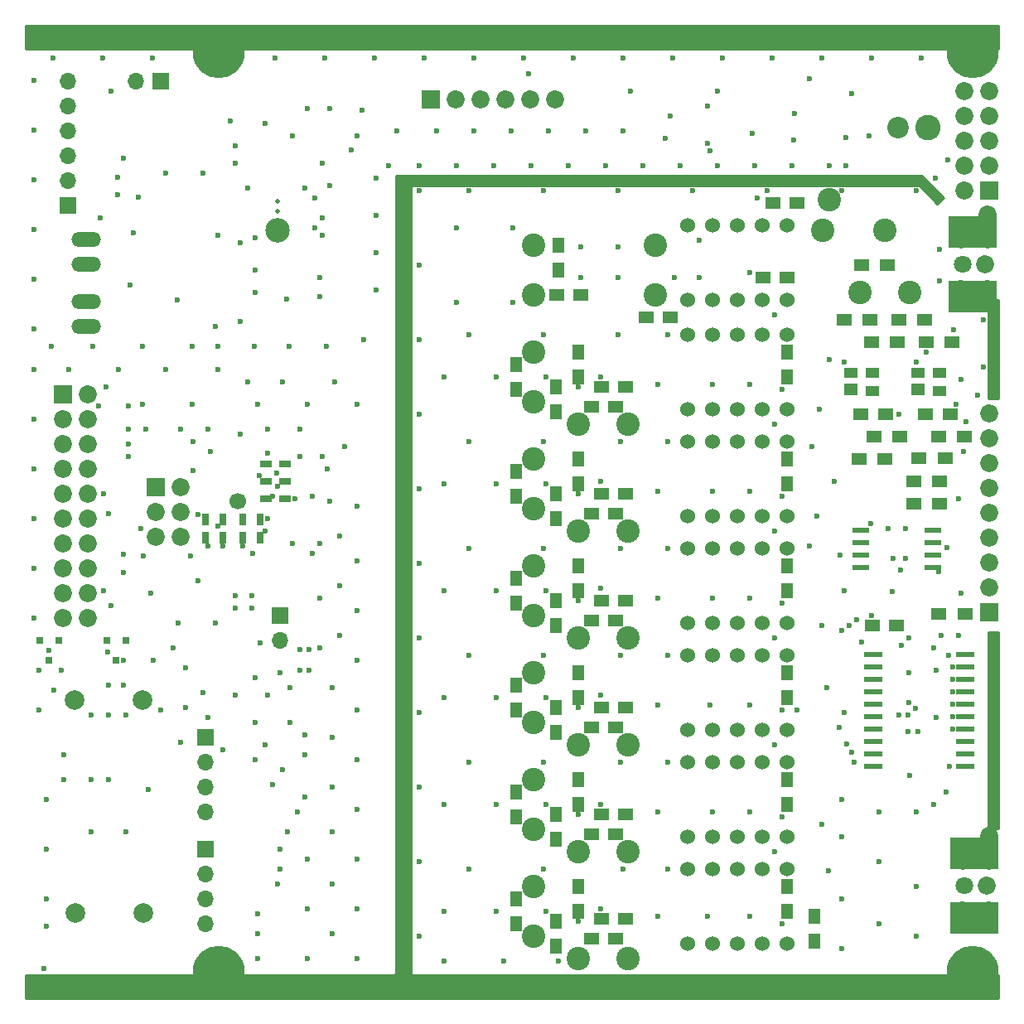
<source format=gbr>
G04 #@! TF.FileFunction,Soldermask,Bot*
%FSLAX46Y46*%
G04 Gerber Fmt 4.6, Leading zero omitted, Abs format (unit mm)*
G04 Created by KiCad (PCBNEW 4.0.7) date 02/08/18 06:22:55*
%MOMM*%
%LPD*%
G01*
G04 APERTURE LIST*
%ADD10C,0.100000*%
%ADD11C,2.400000*%
%ADD12R,1.750000X0.550000*%
%ADD13C,1.524000*%
%ADD14C,5.300000*%
%ADD15R,5.000000X3.300000*%
%ADD16C,1.850000*%
%ADD17C,1.800000*%
%ADD18C,0.500000*%
%ADD19C,2.500000*%
%ADD20R,0.750000X1.200000*%
%ADD21R,1.200000X0.750000*%
%ADD22C,2.000000*%
%ADD23R,1.700000X1.700000*%
%ADD24O,1.700000X1.700000*%
%ADD25O,3.014980X1.506220*%
%ADD26C,1.700000*%
%ADD27R,1.850000X1.850000*%
%ADD28R,1.400000X1.200000*%
%ADD29R,1.400000X1.000000*%
%ADD30R,1.250000X1.500000*%
%ADD31R,1.500000X1.250000*%
%ADD32R,1.950000X0.600000*%
%ADD33R,1.500000X1.300000*%
%ADD34C,2.600000*%
%ADD35C,2.200000*%
%ADD36R,0.800100X0.800100*%
%ADD37C,0.600000*%
%ADD38C,0.254000*%
G04 APERTURE END LIST*
D10*
D11*
X56746000Y-95636000D03*
X61826000Y-95636000D03*
X56746000Y-41026000D03*
X61826000Y-41026000D03*
X56746000Y-51948000D03*
X61826000Y-51948000D03*
X56746000Y-62870000D03*
X61826000Y-62870000D03*
D12*
X85558000Y-55631000D03*
X85558000Y-54361000D03*
X85558000Y-53091000D03*
X85558000Y-51821000D03*
X92958000Y-51821000D03*
X92958000Y-53091000D03*
X92958000Y-54361000D03*
X92958000Y-55631000D03*
D13*
X78082000Y-20706000D03*
X75542000Y-20706000D03*
X73002000Y-20706000D03*
X70462000Y-20706000D03*
X67922000Y-20706000D03*
X67922000Y-28326000D03*
X70462000Y-28326000D03*
X73002000Y-28326000D03*
X75542000Y-28326000D03*
X78082000Y-28326000D03*
D14*
X20000000Y-3000000D03*
X20000000Y-97000000D03*
X97000000Y-97000000D03*
X97000000Y-3000000D03*
D15*
X97200000Y-84900000D03*
X97200000Y-91500000D03*
D16*
X98415000Y-88200000D03*
X98700000Y-85660000D03*
X98700000Y-90740000D03*
X96005000Y-90740000D03*
X96005000Y-85660000D03*
D17*
X96160000Y-88200000D03*
D16*
X98700000Y-83120000D03*
D15*
X97030000Y-21350000D03*
X97030000Y-27950000D03*
D16*
X98245000Y-24650000D03*
X98530000Y-22110000D03*
X98530000Y-27190000D03*
X95835000Y-27190000D03*
X95835000Y-22110000D03*
D17*
X95990000Y-24650000D03*
D16*
X98530000Y-19570000D03*
D18*
X26012000Y-18236000D03*
D19*
X26012000Y-21236000D03*
D18*
X26012000Y-19236000D03*
D20*
X18646000Y-52644000D03*
X18646000Y-50744000D03*
X20424000Y-52644000D03*
X20424000Y-50744000D03*
X24234000Y-52644000D03*
X24234000Y-50744000D03*
X22456000Y-52644000D03*
X22456000Y-50744000D03*
D21*
X26708000Y-46868000D03*
X24808000Y-46868000D03*
X26708000Y-45090000D03*
X24808000Y-45090000D03*
X24808000Y-48646000D03*
X26708000Y-48646000D03*
D22*
X5300000Y-91000000D03*
X12300000Y-91000000D03*
X5200000Y-69200000D03*
X12200000Y-69200000D03*
D23*
X26266000Y-60584000D03*
D24*
X26266000Y-63124000D03*
D23*
X18646000Y-84460000D03*
D24*
X18646000Y-87000000D03*
X18646000Y-89540000D03*
X18646000Y-92080000D03*
D23*
X18646000Y-73030000D03*
D24*
X18646000Y-75570000D03*
X18646000Y-78110000D03*
X18646000Y-80650000D03*
D23*
X14074000Y-5974000D03*
D24*
X11534000Y-5974000D03*
D23*
X4592180Y-18671460D03*
D24*
X4592180Y-16131460D03*
X4592180Y-13591460D03*
X4592180Y-11051460D03*
X4592180Y-8511460D03*
X4592180Y-5971460D03*
D25*
X6390000Y-24720000D03*
X6390000Y-22180000D03*
D26*
X21948000Y-48900000D03*
D27*
X4041000Y-37952600D03*
D16*
X6581000Y-37952600D03*
X4041000Y-40492600D03*
X6581000Y-40492600D03*
X4041000Y-43032600D03*
X6581000Y-43032600D03*
X4041000Y-45572600D03*
X6581000Y-45572600D03*
X4041000Y-48112600D03*
X6581000Y-48112600D03*
X4041000Y-50652600D03*
X6581000Y-50652600D03*
X4041000Y-53192600D03*
X6581000Y-53192600D03*
X4041000Y-55732600D03*
X6581000Y-55732600D03*
X4041000Y-58272600D03*
X6581000Y-58272600D03*
X4041000Y-60812600D03*
X6581000Y-60812600D03*
D27*
X41607600Y-7802800D03*
D16*
X44147600Y-7802800D03*
X46687600Y-7802800D03*
X49227600Y-7802800D03*
X51767600Y-7802800D03*
X54307600Y-7802800D03*
D27*
X13489800Y-47452200D03*
D16*
X16029800Y-47452200D03*
X13489800Y-49992200D03*
X16029800Y-49992200D03*
X13489800Y-52532200D03*
X16029800Y-52532200D03*
D13*
X78082000Y-31882000D03*
X75542000Y-31882000D03*
X73002000Y-31882000D03*
X70462000Y-31882000D03*
X67922000Y-31882000D03*
X67922000Y-39502000D03*
X70462000Y-39502000D03*
X73002000Y-39502000D03*
X75542000Y-39502000D03*
X78082000Y-39502000D03*
X78082000Y-42804000D03*
X75542000Y-42804000D03*
X73002000Y-42804000D03*
X70462000Y-42804000D03*
X67922000Y-42804000D03*
X67922000Y-50424000D03*
X70462000Y-50424000D03*
X73002000Y-50424000D03*
X75542000Y-50424000D03*
X78082000Y-50424000D03*
X78082000Y-64648000D03*
X75542000Y-64648000D03*
X73002000Y-64648000D03*
X70462000Y-64648000D03*
X67922000Y-64648000D03*
X67922000Y-72268000D03*
X70462000Y-72268000D03*
X73002000Y-72268000D03*
X75542000Y-72268000D03*
X78082000Y-72268000D03*
X78082000Y-75570000D03*
X75542000Y-75570000D03*
X73002000Y-75570000D03*
X70462000Y-75570000D03*
X67922000Y-75570000D03*
X67922000Y-83190000D03*
X70462000Y-83190000D03*
X73002000Y-83190000D03*
X75542000Y-83190000D03*
X78082000Y-83190000D03*
X78082000Y-86492000D03*
X75542000Y-86492000D03*
X73002000Y-86492000D03*
X70462000Y-86492000D03*
X67922000Y-86492000D03*
X67922000Y-94112000D03*
X70462000Y-94112000D03*
X73002000Y-94112000D03*
X75542000Y-94112000D03*
X78082000Y-94112000D03*
D11*
X64620000Y-27818000D03*
X64620000Y-22738000D03*
X56746000Y-73792000D03*
X61826000Y-73792000D03*
X56746000Y-84714000D03*
X61826000Y-84714000D03*
X52174000Y-27818000D03*
X52174000Y-22738000D03*
X52174000Y-38740000D03*
X52174000Y-33660000D03*
X52174000Y-49662000D03*
X52174000Y-44582000D03*
X52174000Y-60584000D03*
X52174000Y-55504000D03*
X52174000Y-71506000D03*
X52174000Y-66426000D03*
X52174000Y-82428000D03*
X52174000Y-77348000D03*
X52174000Y-93350000D03*
X52174000Y-88270000D03*
D16*
X98700000Y-6950000D03*
X96160000Y-6950000D03*
X96160000Y-9490000D03*
X98700000Y-9490000D03*
X98700000Y-9490000D03*
X96160000Y-9490000D03*
X96160000Y-9490000D03*
X98700000Y-9490000D03*
D27*
X98700000Y-17110000D03*
D16*
X96160000Y-17110000D03*
X98700000Y-14570000D03*
X96160000Y-14570000D03*
X98700000Y-12030000D03*
X96160000Y-12030000D03*
X98700000Y-9490000D03*
X96160000Y-9490000D03*
D28*
X91460000Y-37478000D03*
D29*
X91460000Y-35758000D03*
X93660000Y-35758000D03*
X93660000Y-37658000D03*
D28*
X84602000Y-37478000D03*
D29*
X84602000Y-35758000D03*
X86802000Y-35758000D03*
X86802000Y-37658000D03*
D30*
X80876000Y-91338000D03*
X80876000Y-93838000D03*
D31*
X78062000Y-26040000D03*
X75562000Y-26040000D03*
D30*
X78082000Y-88290000D03*
X78082000Y-90790000D03*
X78082000Y-77368000D03*
X78082000Y-79868000D03*
X78082000Y-66446000D03*
X78082000Y-68946000D03*
X78082000Y-55524000D03*
X78082000Y-58024000D03*
X78082000Y-44602000D03*
X78082000Y-47102000D03*
D31*
X59052000Y-37216000D03*
X61552000Y-37216000D03*
X59052000Y-48138000D03*
X61552000Y-48138000D03*
X59052000Y-59060000D03*
X61552000Y-59060000D03*
X59052000Y-69982000D03*
X61552000Y-69982000D03*
X59052000Y-80904000D03*
X61552000Y-80904000D03*
X59052000Y-91572000D03*
X61552000Y-91572000D03*
X63624000Y-30104000D03*
X66124000Y-30104000D03*
D30*
X78082000Y-33680000D03*
X78082000Y-36180000D03*
D31*
X79078000Y-18420000D03*
X76578000Y-18420000D03*
D30*
X54460000Y-37236000D03*
X54460000Y-39736000D03*
X54460000Y-48158000D03*
X54460000Y-50658000D03*
X54460000Y-59080000D03*
X54460000Y-61580000D03*
X54460000Y-70002000D03*
X54460000Y-72502000D03*
X54460000Y-80924000D03*
X54460000Y-83424000D03*
X54460000Y-91846000D03*
X54460000Y-94346000D03*
D31*
X54480000Y-27818000D03*
X56980000Y-27818000D03*
D30*
X56746000Y-36180000D03*
X56746000Y-33680000D03*
X56746000Y-47102000D03*
X56746000Y-44602000D03*
X56746000Y-58024000D03*
X56746000Y-55524000D03*
X56746000Y-68946000D03*
X56746000Y-66446000D03*
X56746000Y-79868000D03*
X56746000Y-77368000D03*
X56746000Y-90790000D03*
X56746000Y-88290000D03*
X54714000Y-22758000D03*
X54714000Y-25258000D03*
D31*
X89238000Y-61600000D03*
X86738000Y-61600000D03*
D32*
X86844000Y-75951000D03*
X86844000Y-74681000D03*
X86844000Y-73411000D03*
X86844000Y-72141000D03*
X86844000Y-70871000D03*
X86844000Y-69601000D03*
X86844000Y-68331000D03*
X86844000Y-67061000D03*
X86844000Y-65791000D03*
X86844000Y-64521000D03*
X96244000Y-64521000D03*
X96244000Y-65791000D03*
X96244000Y-67061000D03*
X96244000Y-68331000D03*
X96244000Y-69601000D03*
X96244000Y-70871000D03*
X96244000Y-72141000D03*
X96244000Y-73411000D03*
X96244000Y-74681000D03*
X96244000Y-75951000D03*
D31*
X92199000Y-40010000D03*
X94699000Y-40010000D03*
X85595000Y-40010000D03*
X88095000Y-40010000D03*
D33*
X93656000Y-46868000D03*
X90956000Y-46868000D03*
X93656000Y-49154000D03*
X90956000Y-49154000D03*
X89432000Y-30358000D03*
X92132000Y-30358000D03*
X83844000Y-30358000D03*
X86544000Y-30358000D03*
X85622000Y-24770000D03*
X88322000Y-24770000D03*
X86638000Y-32644000D03*
X89338000Y-32644000D03*
X92226000Y-32644000D03*
X94926000Y-32644000D03*
X91510000Y-44510000D03*
X94210000Y-44510000D03*
X93496000Y-42296000D03*
X96196000Y-42296000D03*
X89592000Y-42296000D03*
X86892000Y-42296000D03*
X85368000Y-44582000D03*
X88068000Y-44582000D03*
D27*
X98740000Y-60280000D03*
D16*
X98740000Y-57740000D03*
X98740000Y-55200000D03*
X98740000Y-52660000D03*
X98740000Y-50120000D03*
X98740000Y-47580000D03*
X98740000Y-45040000D03*
X98740000Y-42500000D03*
X98740000Y-39960000D03*
D34*
X92450000Y-10700000D03*
D35*
X89400000Y-10700000D03*
D36*
X1694000Y-63139240D03*
X3594000Y-63139240D03*
X2644000Y-65138220D03*
X8552000Y-63139240D03*
X10452000Y-63139240D03*
X9502000Y-65138220D03*
D25*
X6390000Y-30993000D03*
X6390000Y-28453000D03*
D11*
X90580000Y-27580000D03*
X85500000Y-27580000D03*
X88040000Y-21230000D03*
X81690000Y-21230000D03*
X82325000Y-18055000D03*
D31*
X60536000Y-39248000D03*
X58036000Y-39248000D03*
D30*
X50396000Y-37450000D03*
X50396000Y-34950000D03*
D31*
X60536000Y-50170000D03*
X58036000Y-50170000D03*
D30*
X50396000Y-48372000D03*
X50396000Y-45872000D03*
D31*
X60536000Y-61092000D03*
X58036000Y-61092000D03*
D30*
X50396000Y-59294000D03*
X50396000Y-56794000D03*
D31*
X60536000Y-72014000D03*
X58036000Y-72014000D03*
D30*
X50396000Y-70216000D03*
X50396000Y-67716000D03*
D31*
X60536000Y-82936000D03*
X58036000Y-82936000D03*
D30*
X50396000Y-81138000D03*
X50396000Y-78638000D03*
D31*
X60536000Y-93604000D03*
X58036000Y-93604000D03*
D30*
X50396000Y-92060000D03*
X50396000Y-89560000D03*
D13*
X78082000Y-53726000D03*
X75542000Y-53726000D03*
X73002000Y-53726000D03*
X70462000Y-53726000D03*
X67922000Y-53726000D03*
X67922000Y-61346000D03*
X70462000Y-61346000D03*
X73002000Y-61346000D03*
X75542000Y-61346000D03*
X78082000Y-61346000D03*
D33*
X96280000Y-60380000D03*
X93580000Y-60380000D03*
D37*
X93550000Y-56130000D03*
X85690000Y-63250000D03*
X94680000Y-76010000D03*
X95608000Y-62616000D03*
X93322000Y-70998000D03*
X93322000Y-66172000D03*
X83924000Y-58044000D03*
X90528000Y-69474000D03*
X90528000Y-66426000D03*
X90528000Y-62870000D03*
X88810000Y-58110000D03*
X86718000Y-60584000D03*
X81638000Y-61600000D03*
X53444000Y-90810000D03*
X48364000Y-90810000D03*
X43030000Y-90810000D03*
X53444000Y-79888000D03*
X48364000Y-79888000D03*
X43030000Y-79888000D03*
X53444000Y-68966000D03*
X48364000Y-68966000D03*
X43030000Y-68966000D03*
X53444000Y-58044000D03*
X48364000Y-58044000D03*
X43030000Y-58044000D03*
X53444000Y-47122000D03*
X48364000Y-47122000D03*
X43030000Y-47122000D03*
X53444000Y-36200000D03*
X48364000Y-36200000D03*
X43030000Y-36200000D03*
X74272000Y-36962000D03*
X70462000Y-36962000D03*
X64874000Y-36962000D03*
X59032000Y-36200000D03*
X74272000Y-47884000D03*
X70462000Y-47884000D03*
X64874000Y-47884000D03*
X59032000Y-46868000D03*
X74272000Y-58806000D03*
X70462000Y-58806000D03*
X64874000Y-58806000D03*
X59032000Y-57790000D03*
X74272000Y-69728000D03*
X70208000Y-69728000D03*
X64874000Y-69728000D03*
X59032000Y-68712000D03*
X74272000Y-80650000D03*
X70462000Y-80650000D03*
X64874000Y-80650000D03*
X59032000Y-79888000D03*
X74272000Y-91318000D03*
X69954000Y-91318000D03*
X64874000Y-91318000D03*
X59032000Y-90556000D03*
X83670000Y-17150000D03*
X91290000Y-17150000D03*
X76050000Y-17150000D03*
X68430000Y-17150000D03*
X60810000Y-17150000D03*
X53190000Y-17150000D03*
X45570000Y-17150000D03*
X40490000Y-17150000D03*
X40490000Y-24770000D03*
X98148000Y-30358000D03*
X98148000Y-35184000D03*
X95862000Y-36454000D03*
X54714000Y-95890000D03*
X49126000Y-95890000D03*
X43030000Y-95890000D03*
X65890000Y-86492000D03*
X61318000Y-86492000D03*
X53190000Y-86492000D03*
X45570000Y-86492000D03*
X65890000Y-75570000D03*
X61064000Y-75570000D03*
X53190000Y-75570000D03*
X45570000Y-75570000D03*
X65890000Y-64648000D03*
X61064000Y-64648000D03*
X53190000Y-64648000D03*
X45570000Y-64648000D03*
X65890000Y-53726000D03*
X61064000Y-53726000D03*
X53190000Y-53726000D03*
X45570000Y-53726000D03*
X65890000Y-42804000D03*
X61064000Y-42804000D03*
X53190000Y-42804000D03*
X45570000Y-42804000D03*
X65890000Y-31882000D03*
X60810000Y-31882000D03*
X53190000Y-31882000D03*
X45570000Y-31882000D03*
X56746000Y-37216000D03*
X56746000Y-48138000D03*
X56746000Y-59060000D03*
X56746000Y-69982000D03*
X56746000Y-80904000D03*
X56746000Y-91826000D03*
X50015000Y-20960000D03*
X44300000Y-20960000D03*
X44300000Y-28580000D03*
X50015000Y-28580000D03*
X74272000Y-25532000D03*
X76812000Y-29850000D03*
X76812000Y-41026000D03*
X76812000Y-51948000D03*
X76812000Y-62870000D03*
X76812000Y-73792000D03*
X77574000Y-70236000D03*
X76812000Y-84714000D03*
X77574000Y-81158000D03*
X77574000Y-48392000D03*
X77574000Y-37470000D03*
X77574000Y-59314000D03*
X80368000Y-53472000D03*
X69065000Y-22230000D03*
X69065000Y-26040000D03*
X66525000Y-26040000D03*
X60810000Y-26040000D03*
X57000000Y-26040000D03*
X57000000Y-22865000D03*
X60810000Y-22865000D03*
X40490000Y-32390000D03*
X40490000Y-40010000D03*
X40490000Y-47630000D03*
X40490000Y-55250000D03*
X40490000Y-62870000D03*
X80622000Y-43312000D03*
X96370000Y-40772000D03*
X96116000Y-43820000D03*
X95608000Y-48646000D03*
X83416000Y-72014000D03*
X83924000Y-70490000D03*
X82273000Y-86619000D03*
X82150000Y-67970000D03*
X79098000Y-70236000D03*
X83924000Y-34676000D03*
X82400000Y-34422000D03*
X82908000Y-46868000D03*
X77574000Y-92080000D03*
X86591000Y-51186000D03*
X89639000Y-55885000D03*
X88369000Y-51694000D03*
X90147000Y-51694000D03*
X75034000Y-17912000D03*
X90570000Y-76900000D03*
X93000000Y-79890000D03*
X95354000Y-38994000D03*
X91290000Y-34676000D03*
X89512000Y-40010000D03*
X95100000Y-31374000D03*
X87480000Y-80650000D03*
X87480000Y-85730000D03*
X87480000Y-92080000D03*
X83670000Y-94620000D03*
X83670000Y-89540000D03*
X83670000Y-83190000D03*
X84940000Y-75570000D03*
X83670000Y-79380000D03*
X91290000Y-93350000D03*
X98910000Y-65410000D03*
X98910000Y-73030000D03*
X98910000Y-80650000D03*
X91290000Y-80650000D03*
X91290000Y-88270000D03*
X91290000Y-98430000D03*
X83670000Y-98430000D03*
X76050000Y-98430000D03*
X68430000Y-98430000D03*
X60810000Y-98430000D03*
X40490000Y-70490000D03*
X53190000Y-98430000D03*
X40490000Y-78110000D03*
X40490000Y-85730000D03*
X40490000Y-93350000D03*
X40490000Y-98430000D03*
X45570000Y-98430000D03*
X95862000Y-58298000D03*
X29822000Y-20960000D03*
X29822000Y-17912000D03*
X7724000Y-39121000D03*
X10772000Y-39121000D03*
X17376000Y-42804000D03*
X17376000Y-45725000D03*
X8740000Y-67696000D03*
X8613000Y-64267000D03*
X3914000Y-66172000D03*
X9629000Y-15753000D03*
X9629000Y-17531000D03*
X30584000Y-14356000D03*
X30584000Y-19944000D03*
X21694000Y-12578000D03*
X21694000Y-14356000D03*
X22456000Y-53472000D03*
X18900000Y-53472000D03*
X20424000Y-53472000D03*
X24742000Y-51948000D03*
X26012000Y-47376000D03*
X25885000Y-45979000D03*
X27790000Y-48646000D03*
X28298000Y-66172000D03*
X28298000Y-64013000D03*
X29187000Y-66172000D03*
X29187000Y-64013000D03*
X21694000Y-58552000D03*
X23345000Y-58552000D03*
X21694000Y-59822000D03*
X23345000Y-59822000D03*
X69954000Y-12324000D03*
X69954000Y-8514000D03*
X10200500Y-54297500D03*
X10200500Y-56139000D03*
X51666000Y-5212000D03*
X84051000Y-11689000D03*
X84051000Y-14610000D03*
X84432000Y-61600000D03*
X81384000Y-39502000D03*
X83670000Y-62108000D03*
X81130000Y-50424000D03*
X93830000Y-62616000D03*
X85160000Y-61040000D03*
X89512000Y-70744000D03*
X89766000Y-63632000D03*
X81638000Y-81920000D03*
X84178000Y-73665000D03*
X84686000Y-74554000D03*
X90401000Y-70744000D03*
X90401000Y-72395000D03*
X97487600Y-38079600D03*
X93626800Y-23195200D03*
X93620000Y-26390000D03*
X91187000Y-70032000D03*
X91417000Y-72395000D03*
X94338000Y-78618000D03*
X94973000Y-65791000D03*
X94973000Y-67061000D03*
X94973000Y-68331000D03*
X94973000Y-69601000D03*
X94973000Y-70871000D03*
X94973000Y-72141000D03*
X83460000Y-54410000D03*
X88877000Y-54742000D03*
X94370000Y-53670000D03*
X90147000Y-54742000D03*
X92306000Y-33660000D03*
X8486000Y-37216000D03*
X4168000Y-77348000D03*
X2390000Y-92334000D03*
X2390000Y-89540000D03*
X2390000Y-84460000D03*
X2390000Y-79380000D03*
X14582000Y-35438000D03*
X9756000Y-35438000D03*
X4676000Y-35438000D03*
X19916000Y-35438000D03*
X22964000Y-36708000D03*
X26520000Y-36708000D03*
X31854000Y-36708000D03*
X1120000Y-60838000D03*
X1120000Y-55758000D03*
X1120000Y-50678000D03*
X1120000Y-45598000D03*
X1120000Y-40518000D03*
X1120000Y-35438000D03*
X34140000Y-38994000D03*
X29060000Y-38994000D03*
X23980000Y-38994000D03*
X12169000Y-38994000D03*
X17249000Y-38994000D03*
X23980000Y-98430000D03*
X29060000Y-98430000D03*
X34140000Y-98430000D03*
X28298000Y-44328000D03*
X24996000Y-43947000D03*
X8740000Y-50170000D03*
X8232000Y-48138000D03*
X8994000Y-59568000D03*
X8232000Y-58044000D03*
X24234000Y-63378000D03*
X15852000Y-61346000D03*
X17884000Y-57028000D03*
X24996000Y-41534000D03*
X31092000Y-45598000D03*
X30584000Y-44328000D03*
X31346000Y-48900000D03*
X29568000Y-48392000D03*
X32362000Y-57536000D03*
X32362000Y-52456000D03*
X27536000Y-53218000D03*
X30330000Y-53218000D03*
X30330000Y-58806000D03*
X30330000Y-63886000D03*
X23726000Y-66934000D03*
X24996000Y-68712000D03*
X21694000Y-68712000D03*
X23726000Y-75316000D03*
X24742000Y-73792000D03*
X20424000Y-74300000D03*
X19154000Y-43820000D03*
X12042000Y-51694000D03*
X10772000Y-44328000D03*
X18900000Y-41534000D03*
X16106000Y-41534000D03*
X22202000Y-42042000D03*
X10772000Y-41534000D03*
X12550000Y-41534000D03*
X13058000Y-58298000D03*
X17122000Y-54488000D03*
X12296000Y-54488000D03*
X16614000Y-69982000D03*
X16106000Y-73538000D03*
X2136000Y-96652000D03*
X15852000Y-98176000D03*
X11280000Y-98176000D03*
X6200000Y-98176000D03*
X8740000Y-70744000D03*
X8740000Y-77348000D03*
X10518000Y-82682000D03*
X6962000Y-82682000D03*
X3152000Y-68204000D03*
X1628000Y-70236000D03*
X6962000Y-77348000D03*
X6962000Y-70744000D03*
X10264000Y-67696000D03*
X10518000Y-70744000D03*
X14074000Y-70236000D03*
X27282000Y-71506000D03*
X23726000Y-71506000D03*
X18900000Y-70998000D03*
X16614000Y-65918000D03*
X26266000Y-66426000D03*
X27282000Y-67950000D03*
X29060000Y-95636000D03*
X23980000Y-95636000D03*
X23980000Y-93096000D03*
X31600000Y-93096000D03*
X31600000Y-88016000D03*
X31600000Y-82682000D03*
X29060000Y-85476000D03*
X29060000Y-90556000D03*
X28298000Y-41534000D03*
X32870000Y-43312000D03*
X34140000Y-49408000D03*
X34140000Y-54996000D03*
X34140000Y-60076000D03*
X34140000Y-65156000D03*
X34140000Y-70236000D03*
X34140000Y-75316000D03*
X34140000Y-80396000D03*
X34140000Y-85476000D03*
X34140000Y-95636000D03*
X34140000Y-90556000D03*
X31600000Y-67950000D03*
X31600000Y-73030000D03*
X31600000Y-78110000D03*
X32362000Y-62616000D03*
X28806000Y-79126000D03*
X28806000Y-74808000D03*
X28044000Y-80650000D03*
X28806000Y-72776000D03*
X25504000Y-77856000D03*
X26520000Y-76332000D03*
X27028000Y-82682000D03*
X17884000Y-50233500D03*
X24107000Y-46233000D03*
X25504000Y-48392000D03*
X29568000Y-54234000D03*
X23472000Y-54234000D03*
X19916000Y-51440000D03*
X24996000Y-50678000D03*
X19662000Y-61346000D03*
X18392000Y-68458000D03*
X15344000Y-63886000D03*
X13312000Y-65156000D03*
X4168000Y-74808000D03*
X26266000Y-86492000D03*
X26266000Y-84460000D03*
X12804000Y-78364000D03*
X23980000Y-91064000D03*
X26012000Y-88016000D03*
X10264000Y-65156000D03*
X2644000Y-64140000D03*
X23726000Y-25278000D03*
X2898000Y-33025000D03*
X1120000Y-31247000D03*
X1120000Y-26167000D03*
X1120000Y-21087000D03*
X1120000Y-16007000D03*
X1120000Y-10927000D03*
X1120000Y-5847000D03*
X17249000Y-33025000D03*
X12169000Y-33025000D03*
X7089000Y-33025000D03*
X23599000Y-33025000D03*
X51920000Y-14610000D03*
X48110000Y-14610000D03*
X44300000Y-14610000D03*
X40490000Y-14610000D03*
X55730000Y-14610000D03*
X59540000Y-14610000D03*
X63350000Y-14610000D03*
X67160000Y-14610000D03*
X36045000Y-27310000D03*
X36045000Y-23500000D03*
X36045000Y-19690000D03*
X36045000Y-15880000D03*
X37315000Y-14610000D03*
X34775000Y-32390000D03*
X30965000Y-33025000D03*
X27155000Y-33025000D03*
X19916000Y-33025000D03*
X1120000Y-1656000D03*
X3025000Y-3561000D03*
X8105000Y-3561000D03*
X13185000Y-3561000D03*
X25758000Y-3561000D03*
X30838000Y-3561000D03*
X35918000Y-3561000D03*
X40998000Y-3561000D03*
X46078000Y-3561000D03*
X51158000Y-3561000D03*
X56238000Y-3561000D03*
X61318000Y-3561000D03*
X66398000Y-3561000D03*
X71478000Y-3561000D03*
X76558000Y-3561000D03*
X81638000Y-3561000D03*
X86718000Y-3561000D03*
X91798000Y-3561000D03*
X34648000Y-8895000D03*
X11788000Y-17785000D03*
X7851000Y-19944000D03*
X15725000Y-28326000D03*
X10899000Y-26802000D03*
X26901000Y-28199000D03*
X30330000Y-27945000D03*
X34140000Y-11562000D03*
X38204000Y-11054000D03*
X42268000Y-11054000D03*
X33505000Y-12959000D03*
X19662000Y-30993000D03*
X22202000Y-30485000D03*
X31346000Y-16642000D03*
X84686000Y-7244000D03*
X86464000Y-11562000D03*
X80368000Y-5720000D03*
X70208000Y-13086000D03*
X94465000Y-13975000D03*
X93195000Y-15880000D03*
X70970000Y-14610000D03*
X74780000Y-14610000D03*
X31346000Y-8768000D03*
X61318000Y-11054000D03*
X57508000Y-11054000D03*
X53698000Y-11054000D03*
X49888000Y-11054000D03*
X46078000Y-11054000D03*
X82400000Y-14610000D03*
X78590000Y-14610000D03*
X65636000Y-11816000D03*
X66144000Y-9530000D03*
X78717000Y-11943000D03*
X78844000Y-9276000D03*
X62080000Y-6990000D03*
X70970000Y-6990000D03*
X74526000Y-11308000D03*
X30330000Y-26040000D03*
X30584000Y-21722000D03*
X14582000Y-15372000D03*
X18392000Y-15372000D03*
X24742000Y-10292000D03*
X21186000Y-10038000D03*
X29060000Y-8768000D03*
X27536000Y-11562000D03*
X10264000Y-13848000D03*
X8994000Y-6990000D03*
X11280000Y-21468000D03*
X22202000Y-22484000D03*
X23726000Y-27564000D03*
X19916000Y-21722000D03*
X23726000Y-21976000D03*
X22964000Y-16896000D03*
X28806000Y-16896000D03*
X1628000Y-66172000D03*
X10772000Y-43058000D03*
X94592000Y-64648000D03*
X93068000Y-63886000D03*
D38*
G36*
X94031394Y-17912000D02*
X93998263Y-17945131D01*
X93332927Y-18499578D01*
X91636844Y-16682346D01*
X91595816Y-16653051D01*
X91544000Y-16642000D01*
X39728000Y-16642000D01*
X39678590Y-16652006D01*
X39636965Y-16680447D01*
X39609685Y-16722841D01*
X39601000Y-16769000D01*
X39601000Y-97160000D01*
X39611006Y-97209410D01*
X39639447Y-97251035D01*
X39681841Y-97278315D01*
X39728000Y-97287000D01*
X99672000Y-97287000D01*
X99672000Y-99700000D01*
X231000Y-99700000D01*
X231000Y-97287000D01*
X37950000Y-97287000D01*
X37999410Y-97276994D01*
X38041035Y-97248553D01*
X38068315Y-97206159D01*
X38077000Y-97160000D01*
X38077000Y-15626000D01*
X91745394Y-15626000D01*
X94031394Y-17912000D01*
X94031394Y-17912000D01*
G37*
X94031394Y-17912000D02*
X93998263Y-17945131D01*
X93332927Y-18499578D01*
X91636844Y-16682346D01*
X91595816Y-16653051D01*
X91544000Y-16642000D01*
X39728000Y-16642000D01*
X39678590Y-16652006D01*
X39636965Y-16680447D01*
X39609685Y-16722841D01*
X39601000Y-16769000D01*
X39601000Y-97160000D01*
X39611006Y-97209410D01*
X39639447Y-97251035D01*
X39681841Y-97278315D01*
X39728000Y-97287000D01*
X99672000Y-97287000D01*
X99672000Y-99700000D01*
X231000Y-99700000D01*
X231000Y-97287000D01*
X37950000Y-97287000D01*
X37999410Y-97276994D01*
X38041035Y-97248553D01*
X38068315Y-97206159D01*
X38077000Y-97160000D01*
X38077000Y-15626000D01*
X91745394Y-15626000D01*
X94031394Y-17912000D01*
G36*
X99672000Y-82301000D02*
X98656000Y-82301000D01*
X98656000Y-62235000D01*
X99672000Y-62235000D01*
X99672000Y-82301000D01*
X99672000Y-82301000D01*
G37*
X99672000Y-82301000D02*
X98656000Y-82301000D01*
X98656000Y-62235000D01*
X99672000Y-62235000D01*
X99672000Y-82301000D01*
G36*
X99672000Y-38359000D02*
X98656000Y-38359000D01*
X98656000Y-28326000D01*
X99672000Y-28326000D01*
X99672000Y-38359000D01*
X99672000Y-38359000D01*
G37*
X99672000Y-38359000D02*
X98656000Y-38359000D01*
X98656000Y-28326000D01*
X99672000Y-28326000D01*
X99672000Y-38359000D01*
G36*
X99672000Y-2672000D02*
X231000Y-2672000D01*
X231000Y-259000D01*
X99672000Y-259000D01*
X99672000Y-2672000D01*
X99672000Y-2672000D01*
G37*
X99672000Y-2672000D02*
X231000Y-2672000D01*
X231000Y-259000D01*
X99672000Y-259000D01*
X99672000Y-2672000D01*
M02*

</source>
